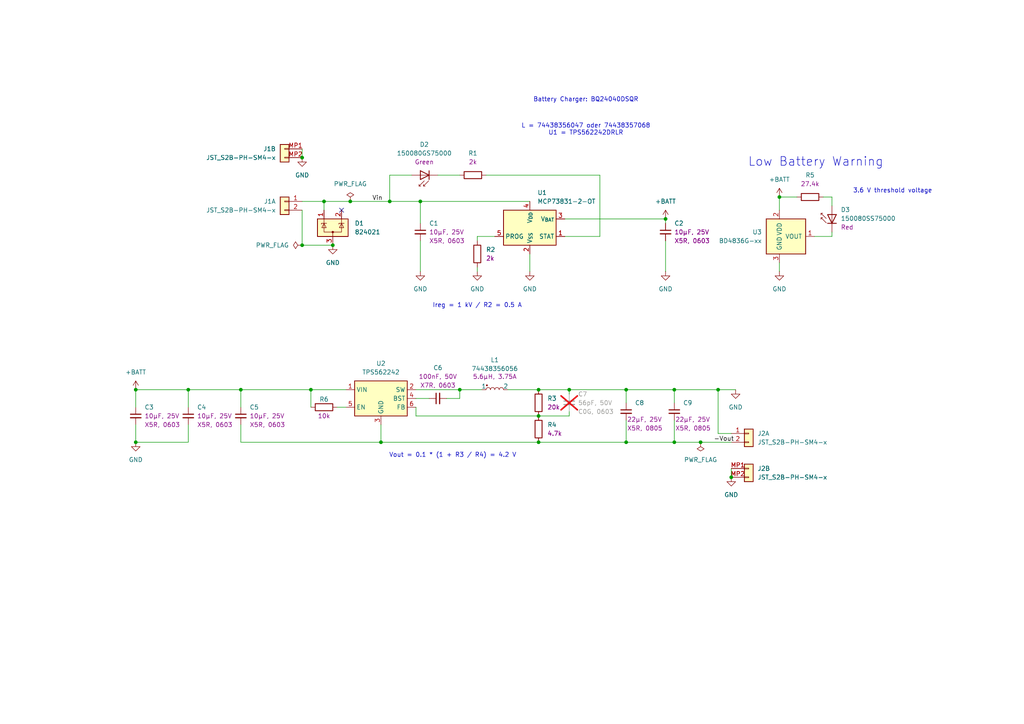
<source format=kicad_sch>
(kicad_sch (version 20231120) (generator "eeschema") (generator_version "8.0")
  (paper "A4")
  (lib_symbols
    (symbol "Battery_Management:MCP73831-2-OT"
      (property "Reference" "U" (at -7.62 6.35 0))
      (property "Value" "MCP73831-2-OT" (at 1.27 6.35 0))
      (symbol "MCP73831-2-OT_0_1"
        (rectangle (start -7.62 5.08) (end 7.62 -5.08) (stroke (width 0.254)) (fill (type background)))
      )
      (symbol "MCP73831-2-OT_1_1"
        (pin tri_state line (at 10.16 -2.54 180) (length 2.54) (name "STAT") (number "1"))
        (pin power_in line (at 0 -7.62 90) (length 2.54) (name "V_{SS}") (number "2"))
        (pin power_out line (at 10.16 2.54 180) (length 2.54) (name "V_{BAT}") (number "3"))
        (pin power_in line (at 0 7.62 270) (length 2.54) (name "V_{DD}") (number "4"))
        (pin input line (at -10.16 -2.54 0) (length 2.54) (name "PROG") (number "5"))
      )
    )
    (symbol "Capacitor_User:100nF,50V,X7R,0603" (pin_numbers hide) (pin_names (offset 0.254) hide)
      (property "Reference" "C" (at 0.254 1.778 0))
      (property "Pretty Value 1" "100nF, 50V" (at 2.54 1.27 0))
      (property "Pretty Value 2" "X7R, 0603" (at 2.54 -1.27 0))
      (symbol "100nF,50V,X7R,0603_0_1"
        (polyline (pts (xy -1.524 -0.508) (xy 1.524 -0.508)) (stroke (width 0.3302)))
        (polyline (pts (xy -1.524 0.508) (xy 1.524 0.508)) (stroke (width 0.3048)))
      )
      (symbol "100nF,50V,X7R,0603_1_1"
        (pin passive line (at 0 2.54 270) (length 2.032) (name "~") (number "1"))
        (pin passive line (at 0 -2.54 90) (length 2.032) (name "~") (number "2"))
      )
    )
    (symbol "Capacitor_User:10uF,25V,X5R,0603" (pin_numbers hide) (pin_names (offset 0.254) hide)
      (property "Reference" "C" (at 0.254 1.778 0))
      (property "Pretty Value 1" "10μF, 25V" (at 2.54 1.27 0))
      (property "Pretty Value 2" "X5R, 0603" (at 2.54 -1.27 0))
      (symbol "10uF,25V,X5R,0603_0_1"
        (polyline (pts (xy -1.524 -0.508) (xy 1.524 -0.508)) (stroke (width 0.3302)))
        (polyline (pts (xy -1.524 0.508) (xy 1.524 0.508)) (stroke (width 0.3048)))
      )
      (symbol "10uF,25V,X5R,0603_1_1"
        (pin passive line (at 0 2.54 270) (length 2.032) (name "~") (number "1"))
        (pin passive line (at 0 -2.54 90) (length 2.032) (name "~") (number "2"))
      )
    )
    (symbol "Capacitor_User:22uF,25V,X5R,0805" (pin_numbers hide) (pin_names (offset 0.254) hide)
      (property "Reference" "C" (at 0.254 1.778 0))
      (property "Pretty Value 1" "22μF, 25V" (at 2.54 1.27 0))
      (property "Pretty Value 2" "X5R, 0805" (at 2.54 -1.27 0))
      (symbol "22uF,25V,X5R,0805_0_1"
        (polyline (pts (xy -1.524 -0.508) (xy 1.524 -0.508)) (stroke (width 0.3302)))
        (polyline (pts (xy -1.524 0.508) (xy 1.524 0.508)) (stroke (width 0.3048)))
      )
      (symbol "22uF,25V,X5R,0805_1_1"
        (pin passive line (at 0 2.54 270) (length 2.032) (name "~") (number "1"))
        (pin passive line (at 0 -2.54 90) (length 2.032) (name "~") (number "2"))
      )
    )
    (symbol "Capacitor_User:56pF,50V,C0G,0603" (pin_numbers hide) (pin_names (offset 0.254) hide)
      (property "Reference" "C" (at 0.254 1.778 0))
      (property "Pretty Value 1" "56pF, 50V" (at 2.54 1.27 0))
      (property "Pretty Value 2" "C0G, 0603" (at 2.54 -1.27 0))
      (symbol "56pF,50V,C0G,0603_0_1"
        (polyline (pts (xy -1.524 -0.508) (xy 1.524 -0.508)) (stroke (width 0.3302)))
        (polyline (pts (xy -1.524 0.508) (xy 1.524 0.508)) (stroke (width 0.3048)))
      )
      (symbol "56pF,50V,C0G,0603_1_1"
        (pin passive line (at 0 2.54 270) (length 2.032) (name "~") (number "1"))
        (pin passive line (at 0 -2.54 90) (length 2.032) (name "~") (number "2"))
      )
    )
    (symbol "Connector_User:JST_S2B-PH-SM4-x" (pin_names (offset 3) hide)
      (property "Reference" "J" (at 0 5.08 0))
      (property "Value" "JST_S2B-PH-SM4-x" (at 0 -3.175 0))
      (symbol "JST_S2B-PH-SM4-x_1_1"
        (rectangle (start -1.27 0.127) (end 0 -0.127) (stroke (width 0.1524)))
        (rectangle (start -1.27 2.667) (end 0 2.413) (stroke (width 0.1524)))
        (rectangle (start -1.27 3.81) (end 1.27 -1.27) (stroke (width 0.254)) (fill (type background)))
        (pin passive line (at -5.08 2.54 0) (length 3.81) (name "Pin_1") (number "1"))
        (pin passive line (at -5.08 0 0) (length 3.81) (name "Pin_2") (number "2"))
      )
      (symbol "JST_S2B-PH-SM4-x_2_1"
        (rectangle (start -1.27 0.127) (end 0 -0.127) (stroke (width 0.1524)))
        (rectangle (start -1.27 2.667) (end 0 2.413) (stroke (width 0.1524)))
        (rectangle (start -1.27 3.81) (end 1.27 -1.27) (stroke (width 0.254)) (fill (type background)))
        (pin passive line (at -5.08 2.54 0) (length 3.81) (name "MP") (number "MP1"))
        (pin passive line (at -5.08 0 0) (length 3.81) (name "MP") (number "MP2"))
      )
    )
    (symbol "Inductor_User:74438356056" (pin_numbers hide) (pin_names (offset 0))
      (property "Reference" "L" (at -3.81 0 90))
      (property "Value" "74438356056" (at 2.54 0 90))
      (property "Pretty Value 1" "5.6µH, 3.75A" (at 4.572 0.254 90))
      (symbol "74438356056_0_1"
        (arc (start 0 -2.54) (mid 0.6323 -1.905) (end 0 -1.27))
        (arc (start 0 -1.27) (mid 0.6323 -0.635) (end 0 0))
        (arc (start 0 0) (mid 0.6323 0.635) (end 0 1.27))
        (arc (start 0 1.27) (mid 0.6323 1.905) (end 0 2.54))
        (circle (center 1.27 2.286) (radius 0.1796) (fill (type outline)))
      )
      (symbol "74438356056_1_1"
        (pin passive line (at 0 3.81 270) (length 1.27) (name "1") (number "1"))
        (pin passive line (at 0 -3.81 90) (length 1.27) (name "2") (number "2"))
      )
    )
    (symbol "LED_User:150080GS75000" (pin_numbers hide) (pin_names (offset 1.016) hide)
      (property "Reference" "D" (at 0.508 1.778 0))
      (property "Value" "150080GS75000" (at -1.016 -2.794 0))
      (property "Info" "Green" (at -1.27 -5.08 0))
      (symbol "150080GS75000_0_1"
        (polyline (pts (xy -2.54 1.27) (xy -2.54 -1.27)) (stroke (width 0.254)))
        (polyline (pts (xy 0 0) (xy -2.54 0)))
        (polyline (pts (xy 0.381 3.175) (xy -0.127 3.175)))
        (polyline (pts (xy -1.143 1.651) (xy 0.381 3.175) (xy 0.381 2.667)))
        (polyline (pts (xy 0 -1.27) (xy -2.54 0) (xy 0 1.27) (xy 0 -1.27)) (stroke (width 0.254)))
        (polyline (pts (xy -2.413 1.651) (xy -0.889 3.175) (xy -0.889 2.667) (xy -0.889 3.175) (xy -1.397 3.175)))
      )
      (symbol "150080GS75000_1_1"
        (pin passive line (at -5.08 0 0) (length 2.54) (name "K") (number "1"))
        (pin passive line (at 2.54 0 180) (length 2.54) (name "A") (number "2"))
      )
    )
    (symbol "LED_User:150080SS75000" (pin_numbers hide) (pin_names (offset 1.016) hide)
      (property "Reference" "D" (at 0.508 1.778 0))
      (property "Value" "150080SS75000" (at -1.016 -2.794 0))
      (property "Info" "Red" (at -1.27 -5.08 0))
      (symbol "150080SS75000_0_1"
        (polyline (pts (xy -2.54 1.27) (xy -2.54 -1.27)) (stroke (width 0.254)))
        (polyline (pts (xy 0 0) (xy -2.54 0)))
        (polyline (pts (xy 0.381 3.175) (xy -0.127 3.175)))
        (polyline (pts (xy -1.143 1.651) (xy 0.381 3.175) (xy 0.381 2.667)))
        (polyline (pts (xy 0 -1.27) (xy -2.54 0) (xy 0 1.27) (xy 0 -1.27)) (stroke (width 0.254)))
        (polyline (pts (xy -2.413 1.651) (xy -0.889 3.175) (xy -0.889 2.667) (xy -0.889 3.175) (xy -1.397 3.175)))
      )
      (symbol "150080SS75000_1_1"
        (pin passive line (at -5.08 0 0) (length 2.54) (name "K") (number "1"))
        (pin passive line (at 2.54 0 180) (length 2.54) (name "A") (number "2"))
      )
    )
    (symbol "Power_Protection_User:824021" (pin_names hide)
      (property "Reference" "D" (at 5.715 2.54 0))
      (property "Value" "824021" (at 5.715 0.635 0))
      (symbol "824021_0_0"
        (pin passive line (at 0 -5.08 90) (length 2.54) (name "A") (number "3"))
      )
      (symbol "824021_0_1"
        (rectangle (start -4.445 2.54) (end 4.445 -2.54) (stroke (width 0.254)) (fill (type background)))
        (circle (center 0 -1.27) (radius 0.254) (fill (type outline)))
        (polyline (pts (xy -2.54 2.54) (xy -2.54 1.27)))
        (polyline (pts (xy 0 -1.27) (xy 0 -2.54)))
        (polyline (pts (xy 2.54 2.54) (xy 2.54 1.27)))
        (polyline (pts (xy -3.302 1.016) (xy -3.302 1.27) (xy -1.905 1.27) (xy -1.778 1.27)))
        (polyline (pts (xy -2.54 1.27) (xy -2.54 -1.27) (xy 2.54 -1.27) (xy 2.54 1.27)))
        (polyline (pts (xy -2.54 1.27) (xy -1.905 0) (xy -3.175 0) (xy -2.54 1.27)))
        (polyline (pts (xy 1.778 1.016) (xy 1.778 1.27) (xy 3.175 1.27) (xy 3.302 1.27)))
        (polyline (pts (xy 2.54 1.27) (xy 1.905 0) (xy 3.175 0) (xy 2.54 1.27)))
      )
      (symbol "824021_1_1"
        (pin passive line (at -2.54 5.08 270) (length 2.54) (name "K") (number "1"))
        (pin passive line (at 2.54 5.08 270) (length 2.54) (name "K") (number "2"))
      )
    )
    (symbol "Power_Supervisor_User:BD4836G-xx" (pin_names (offset 1.016))
      (property "Reference" "U" (at -3.81 6.35 0))
      (property "Value" "BD4836G-xx" (at -5.08 0 90))
      (symbol "BD4836G-xx_1_0"
        (pin no_connect line (at 2.54 -7.62 90) (length 2.54) hide (name "") (number "4"))
        (pin no_connect line (at 5.08 -7.62 90) (length 2.54) hide (name "") (number "5"))
      )
      (symbol "BD4836G-xx_1_1"
        (rectangle (start -3.81 5.08) (end 7.62 -5.08) (stroke (width 0.254)) (fill (type background)))
        (pin output line (at 10.16 0 180) (length 2.54) (name "VOUT") (number "1"))
        (pin power_in line (at 0 7.62 270) (length 2.54) (name "VDD") (number "2"))
        (pin power_in line (at 0 -7.62 90) (length 2.54) (name "GND") (number "3"))
      )
    )
    (symbol "Regulator_Switching_User:TPS562242"
      (property "Reference" "U" (at -7.62 6.35 0))
      (property "Value" "TPS562242" (at -2.54 6.35 0))
      (symbol "TPS562242_0_1"
        (rectangle (start -7.62 5.08) (end 7.62 -5.08) (stroke (width 0.254)) (fill (type background)))
      )
      (symbol "TPS562242_1_1"
        (pin power_in line (at -10.16 2.54 0) (length 2.54) (name "VIN") (number "1"))
        (pin output line (at 10.16 2.54 180) (length 2.54) (name "SW") (number "2"))
        (pin power_in line (at 0 -7.62 90) (length 2.54) (name "GND") (number "3"))
        (pin passive line (at 10.16 0 180) (length 2.54) (name "BST") (number "4"))
        (pin input line (at -10.16 -2.54 0) (length 2.54) (name "EN") (number "5"))
        (pin input line (at 10.16 -2.54 180) (length 2.54) (name "FB") (number "6"))
      )
    )
    (symbol "Resistor_User:10k,0603" (pin_numbers hide) (pin_names (offset 0.254) hide)
      (property "Reference" "R" (at 0 -0.635 90))
      (property "Resistance" "10k" (at 1.905 0 0))
      (symbol "10k,0603_1_1"
        (rectangle (start -1.016 -2.54) (end 1.016 2.54) (stroke (width 0.254)))
        (pin passive line (at 0 3.81 270) (length 1.27) (name "~") (number "1"))
        (pin passive line (at 0 -3.81 90) (length 1.27) (name "~") (number "2"))
      )
    )
    (symbol "Resistor_User:20k,0603" (pin_numbers hide) (pin_names (offset 0.254) hide)
      (property "Reference" "R" (at 0 -0.635 90))
      (property "Resistance" "20k" (at 1.905 0 0))
      (symbol "20k,0603_1_1"
        (rectangle (start -1.016 -2.54) (end 1.016 2.54) (stroke (width 0.254)))
        (pin passive line (at 0 3.81 270) (length 1.27) (name "~") (number "1"))
        (pin passive line (at 0 -3.81 90) (length 1.27) (name "~") (number "2"))
      )
    )
    (symbol "Resistor_User:27.4k,0603" (pin_numbers hide) (pin_names (offset 0.254) hide)
      (property "Reference" "R" (at 0 -0.635 90))
      (property "Resistance" "27.4k" (at 1.905 0 0))
      (symbol "27.4k,0603_1_1"
        (rectangle (start -1.016 -2.54) (end 1.016 2.54) (stroke (width 0.254)))
        (pin passive line (at 0 3.81 270) (length 1.27) (name "~") (number "1"))
        (pin passive line (at 0 -3.81 90) (length 1.27) (name "~") (number "2"))
      )
    )
    (symbol "Resistor_User:2k,0603" (pin_numbers hide) (pin_names (offset 0.254) hide)
      (property "Reference" "R" (at 0 -0.635 90))
      (property "Resistance" "2k" (at 1.905 0 0))
      (symbol "2k,0603_1_1"
        (rectangle (start -1.016 -2.54) (end 1.016 2.54) (stroke (width 0.254)))
        (pin passive line (at 0 3.81 270) (length 1.27) (name "~") (number "1"))
        (pin passive line (at 0 -3.81 90) (length 1.27) (name "~") (number "2"))
      )
    )
    (symbol "Resistor_User:4.7k,0603" (pin_numbers hide) (pin_names (offset 0.254) hide)
      (property "Reference" "R" (at 0 -0.635 90))
      (property "Resistance" "4.7k" (at 1.905 0 0))
      (symbol "4.7k,0603_1_1"
        (rectangle (start -1.016 -2.54) (end 1.016 2.54) (stroke (width 0.254)))
        (pin passive line (at 0 3.81 270) (length 1.27) (name "~") (number "1"))
        (pin passive line (at 0 -3.81 90) (length 1.27) (name "~") (number "2"))
      )
    )
    (symbol "power:+BATT" (power) (pin_numbers hide) (pin_names (offset 0) hide)
      (property "Value" "+BATT" (at 0 3.556 0))
      (symbol "+BATT_0_1"
        (polyline (pts (xy -0.762 1.27) (xy 0 2.54)))
        (polyline (pts (xy 0 0) (xy 0 2.54)))
        (polyline (pts (xy 0 2.54) (xy 0.762 1.27)))
      )
      (symbol "+BATT_1_1"
        (pin power_in line (at 0 0 90) (length 0) (name "~") (number "1"))
      )
    )
    (symbol "power:GND" (power) (pin_numbers hide) (pin_names (offset 0) hide)
      (property "Value" "GND" (at 0 -3.81 0))
      (symbol "GND_0_1"
        (polyline (pts (xy 0 0) (xy 0 -1.27) (xy 1.27 -1.27) (xy 0 -2.54) (xy -1.27 -1.27) (xy 0 -1.27)))
      )
      (symbol "GND_1_1"
        (pin power_in line (at 0 0 270) (length 0) (name "~") (number "1"))
      )
    )
    (symbol "power:PWR_FLAG" (power) (pin_numbers hide) (pin_names (offset 0) hide)
      (property "Value" "PWR_FLAG" (at 0 3.81 0))
      (symbol "PWR_FLAG_0_0"
        (pin power_out line (at 0 0 90) (length 0) (name "~") (number "1"))
      )
      (symbol "PWR_FLAG_0_1"
        (polyline (pts (xy 0 0) (xy 0 1.27) (xy -1.016 1.905) (xy 0 2.54) (xy 1.016 1.905) (xy 0 1.27)))
      )
    )
  )
  (junction (at 90.17 113.03))
  (junction (at 156.21 128.27))
  (junction (at 193.04 63.5))
  (junction (at 69.85 113.03))
  (junction (at 101.6 58.42))
  (junction (at 110.49 128.27))
  (junction (at 54.61 113.03))
  (junction (at 208.28 113.03))
  (junction (at 87.63 45.72))
  (junction (at 121.92 58.42))
  (junction (at 87.63 71.12))
  (junction (at 113.03 58.42))
  (junction (at 181.61 128.27))
  (junction (at 39.37 128.27))
  (junction (at 195.58 128.27))
  (junction (at 181.61 113.03))
  (junction (at 226.06 57.15))
  (junction (at 195.58 113.03))
  (junction (at 39.37 113.03))
  (junction (at 133.35 113.03))
  (junction (at 156.21 120.65))
  (junction (at 93.98 58.42))
  (junction (at 96.52 71.12))
  (junction (at 156.21 113.03))
  (junction (at 212.09 138.43))
  (junction (at 165.1 113.03))
  (junction (at 203.2 128.27))
  (no_connect (at 99.06 60.96))
  (wire (pts (xy 181.61 121.92) (xy 181.61 128.27)))
  (wire (pts (xy 93.98 58.42) (xy 101.6 58.42)))
  (wire (pts (xy 110.49 128.27) (xy 110.49 123.19)))
  (wire (pts (xy 208.28 113.03) (xy 213.36 113.03)))
  (wire (pts (xy 90.17 113.03) (xy 100.33 113.03)))
  (wire (pts (xy 226.06 76.2) (xy 226.06 78.74)))
  (wire (pts (xy 195.58 121.92) (xy 195.58 128.27)))
  (wire (pts (xy 54.61 113.03) (xy 69.85 113.03)))
  (wire (pts (xy 138.43 68.58) (xy 143.51 68.58)))
  (wire (pts (xy 39.37 128.27) (xy 54.61 128.27)))
  (wire (pts (xy 54.61 123.19) (xy 54.61 128.27)))
  (wire (pts (xy 203.2 128.27) (xy 212.09 128.27)))
  (wire (pts (xy 69.85 128.27) (xy 110.49 128.27)))
  (wire (pts (xy 193.04 78.74) (xy 193.04 69.85)))
  (wire (pts (xy 127 50.8) (xy 133.35 50.8)))
  (wire (pts (xy 165.1 113.03) (xy 181.61 113.03)))
  (wire (pts (xy 87.63 58.42) (xy 93.98 58.42)))
  (wire (pts (xy 193.04 63.5) (xy 193.04 64.77)))
  (wire (pts (xy 121.92 64.77) (xy 121.92 58.42)))
  (wire (pts (xy 90.17 118.11) (xy 90.17 113.03)))
  (wire (pts (xy 241.3 57.15) (xy 241.3 59.69)))
  (wire (pts (xy 69.85 113.03) (xy 90.17 113.03)))
  (wire (pts (xy 113.03 50.8) (xy 113.03 58.42)))
  (wire (pts (xy 212.09 135.89) (xy 212.09 138.43)))
  (wire (pts (xy 113.03 58.42) (xy 121.92 58.42)))
  (wire (pts (xy 241.3 67.31) (xy 241.3 68.58)))
  (wire (pts (xy 87.63 43.18) (xy 87.63 45.72)))
  (wire (pts (xy 195.58 128.27) (xy 203.2 128.27)))
  (wire (pts (xy 226.06 57.15) (xy 231.14 57.15)))
  (wire (pts (xy 163.83 68.58) (xy 173.99 68.58)))
  (wire (pts (xy 87.63 71.12) (xy 96.52 71.12)))
  (wire (pts (xy 93.98 58.42) (xy 93.98 60.96)))
  (wire (pts (xy 165.1 119.38) (xy 165.1 120.65)))
  (wire (pts (xy 39.37 113.03) (xy 54.61 113.03)))
  (wire (pts (xy 39.37 118.11) (xy 39.37 113.03)))
  (wire (pts (xy 156.21 128.27) (xy 181.61 128.27)))
  (wire (pts (xy 133.35 113.03) (xy 139.7 113.03)))
  (wire (pts (xy 236.22 68.58) (xy 241.3 68.58)))
  (wire (pts (xy 129.54 115.57) (xy 133.35 115.57)))
  (wire (pts (xy 238.76 57.15) (xy 241.3 57.15)))
  (wire (pts (xy 87.63 60.96) (xy 87.63 71.12)))
  (wire (pts (xy 120.65 120.65) (xy 120.65 118.11)))
  (wire (pts (xy 181.61 128.27) (xy 195.58 128.27)))
  (wire (pts (xy 156.21 120.65) (xy 120.65 120.65)))
  (wire (pts (xy 226.06 60.96) (xy 226.06 57.15)))
  (wire (pts (xy 156.21 113.03) (xy 165.1 113.03)))
  (wire (pts (xy 69.85 123.19) (xy 69.85 128.27)))
  (wire (pts (xy 119.38 50.8) (xy 113.03 50.8)))
  (wire (pts (xy 97.79 118.11) (xy 100.33 118.11)))
  (wire (pts (xy 133.35 115.57) (xy 133.35 113.03)))
  (wire (pts (xy 147.32 113.03) (xy 156.21 113.03)))
  (wire (pts (xy 69.85 113.03) (xy 69.85 118.11)))
  (wire (pts (xy 120.65 113.03) (xy 133.35 113.03)))
  (wire (pts (xy 181.61 116.84) (xy 181.61 113.03)))
  (wire (pts (xy 39.37 123.19) (xy 39.37 128.27)))
  (wire (pts (xy 156.21 120.65) (xy 165.1 120.65)))
  (wire (pts (xy 54.61 113.03) (xy 54.61 118.11)))
  (wire (pts (xy 181.61 113.03) (xy 195.58 113.03)))
  (wire (pts (xy 163.83 63.5) (xy 193.04 63.5)))
  (wire (pts (xy 120.65 115.57) (xy 124.46 115.57)))
  (wire (pts (xy 153.67 73.66) (xy 153.67 78.74)))
  (wire (pts (xy 138.43 69.85) (xy 138.43 68.58)))
  (wire (pts (xy 173.99 68.58) (xy 173.99 50.8)))
  (wire (pts (xy 121.92 58.42) (xy 153.67 58.42)))
  (wire (pts (xy 195.58 113.03) (xy 195.58 116.84)))
  (wire (pts (xy 138.43 77.47) (xy 138.43 78.74)))
  (wire (pts (xy 101.6 58.42) (xy 113.03 58.42)))
  (wire (pts (xy 208.28 125.73) (xy 208.28 113.03)))
  (wire (pts (xy 121.92 69.85) (xy 121.92 78.74)))
  (wire (pts (xy 212.09 125.73) (xy 208.28 125.73)))
  (wire (pts (xy 110.49 128.27) (xy 156.21 128.27)))
  (wire (pts (xy 140.97 50.8) (xy 173.99 50.8)))
  (wire (pts (xy 195.58 113.03) (xy 208.28 113.03)))
  (wire (pts (xy 165.1 113.03) (xy 165.1 114.3)))
  (text "Vout = 0.1 * (1 + R3 / R4) = 4.2 V" (at 131.318 132.08 0) (effects (font (size 1.27 1.27))))
  (text "Battery Charger: BQ24040DSQR" (at 169.926 28.956 0) (effects (font (size 1.27 1.27))))
  (text "Ireg = 1 kV / R2 = 0.5 A" (at 138.43 88.646 0) (effects (font (size 1.27 1.27))))
  (text "L = 74438356047 oder 74438357068\nU1 = TPS562242DRLR" (at 169.926 37.592 0) (effects (font (size 1.27 1.27))))
  (text "3.6 V threshold voltage" (at 247.396 56.134 0) (effects (font (size 1.27 1.27)) (justify left bottom)))
  (text "Low Battery Warning" (at 216.916 48.514 0) (effects (font (size 2.54 2.54)) (justify left bottom)))
  (label "Vin" (at 107.95 58.42 0))
  (label "-Vout" (at 207.01 128.27 0))
  (symbol (lib_id "power:GND") (at 96.52 71.12 0) (unit 1)
    (property "Reference" "#PWR010" (effects (hide yes)))
    (property "Value" "GND" (at 96.52 76.2 0))
    (property "Description" "Power symbol creates a global label with name \"GND\" , ground" (effects (hide yes)))
  )
  (symbol (lib_id "Capacitor_User:10uF,25V,X5R,0603") (at 39.37 120.65 0) (unit 1)
    (property "Reference" "C3" (at 41.91 118.1162 0) (effects (justify left)))
    (property "Value" "10uF,25V,X5R,0603" (effects (hide yes)))
    (property "Footprint" "Capacitor_SMD:C_0603_1608Metric_Pad1.08x0.95mm_HandSolder" (effects (hide yes)))
    (property "Description" "Ceramic capacitor" (effects (hide yes)))
    (property "Pretty Value 1" "10μF, 25V" (at 41.91 120.6562 0) (effects (justify left)))
    (property "Pretty Value 2" "X5R, 0603" (at 41.91 123.1962 0) (effects (justify left)))
  )
  (symbol (lib_id "Power_Supervisor_User:BD4836G-xx") (at 226.06 68.58 0) (unit 1)
    (property "Reference" "U3" (at 220.98 67.3099 0) (effects (justify right)))
    (property "Value" "BD4836G-xx" (at 220.98 69.8499 0) (effects (justify right)))
    (property "Footprint" "Package_TO_SOT_SMD:SOT-23-5" (effects (hide yes)))
    (property "Datasheet" "https://fscdn.rohm.com/en/products/databook/datasheet/ic/power/voltage_detector/bd48xxg-e.pdf" (effects (hide yes)))
    (property "Description" "3.6V Voltage Detector IC, Open Drain Output, SSOP5" (effects (hide yes)))
    (property "Manufacturer" "Rohm" (effects (hide yes)))
    (property "MPN" "BD4836G-xx" (effects (hide yes)))
    (property "Supplier" "Digi-Key" (effects (hide yes)))
    (property "SPN" "BD4836GCT-ND" (effects (hide yes)))
  )
  (symbol (lib_id "Battery_Management:MCP73831-2-OT") (at 153.67 66.04 0) (unit 1)
    (property "Reference" "U1" (at 155.8641 55.88 0) (effects (justify left)))
    (property "Value" "MCP73831-2-OT" (at 155.8641 58.42 0) (effects (justify left)))
    (property "Footprint" "Package_TO_SOT_SMD:SOT-23-5" (effects (hide yes)))
    (property "Datasheet" "http://ww1.microchip.com/downloads/en/DeviceDoc/20001984g.pdf" (effects (hide yes)))
    (property "Description" "Single cell, Li-Ion/Li-Po charge management controller, 4.20V, Tri-State Status Output, in SOT23-5 package" (effects (hide yes)))
    (property "Supplier" "DigiKey" (effects (hide yes)))
    (property "SPN" "MCP73831T-2ACI/OTCT-ND" (effects (hide yes)))
  )
  (symbol (lib_id "power:GND") (at 138.43 78.74 0) (unit 1)
    (property "Reference" "#PWR04" (effects (hide yes)))
    (property "Value" "GND" (at 138.43 83.82 0))
    (property "Description" "Power symbol creates a global label with name \"GND\" , ground" (effects (hide yes)))
  )
  (symbol (lib_id "power:+BATT") (at 226.06 57.15 0) (unit 1)
    (property "Reference" "#PWR011" (effects (hide yes)))
    (property "Value" "+BATT" (at 226.06 52.07 0))
    (property "Description" "Power symbol creates a global label with name \"+BATT\"" (effects (hide yes)))
  )
  (symbol (lib_id "power:PWR_FLAG") (at 203.2 128.27 180) (unit 1)
    (property "Reference" "#FLG04" (effects (hide yes)))
    (property "Value" "PWR_FLAG" (at 203.2 133.35 0))
    (property "Description" "Special symbol for telling ERC where power comes from" (effects (hide yes)))
  )
  (symbol (lib_id "Resistor_User:20k,0603") (at 156.21 116.84 0) (unit 1)
    (property "Reference" "R3" (at 158.75 115.5699 0) (effects (justify left)))
    (property "Value" "20k,0603" (effects (hide yes)))
    (property "Footprint" "Resistor_SMD:R_0603_1608Metric_Pad0.98x0.95mm_HandSolder" (effects (hide yes)))
    (property "Description" "Resistor, 0603" (effects (hide yes)))
    (property "Resistance" "20k" (at 158.75 118.1099 0) (effects (justify left)))
    (property "Tolerance" "1%" (effects (hide yes)))
    (property "Power" "0.1W" (effects (hide yes)))
    (property "Package" "0603" (effects (hide yes)))
  )
  (symbol (lib_id "power:+BATT") (at 193.04 63.5 0) (unit 1)
    (property "Reference" "#PWR09" (effects (hide yes)))
    (property "Value" "+BATT" (at 193.04 58.42 0))
    (property "Description" "Power symbol creates a global label with name \"+BATT\"" (effects (hide yes)))
  )
  (symbol (lib_id "power:GND") (at 87.63 45.72 0) (unit 1)
    (property "Reference" "#PWR012" (effects (hide yes)))
    (property "Value" "GND" (at 87.63 50.8 0))
    (property "Description" "Power symbol creates a global label with name \"GND\" , ground" (effects (hide yes)))
  )
  (symbol (lib_id "power:GND") (at 153.67 78.74 0) (unit 1)
    (property "Reference" "#PWR05" (effects (hide yes)))
    (property "Value" "GND" (at 153.67 83.82 0))
    (property "Description" "Power symbol creates a global label with name \"GND\" , ground" (effects (hide yes)))
  )
  (symbol (lib_id "power:GND") (at 121.92 78.74 0) (unit 1)
    (property "Reference" "#PWR02" (effects (hide yes)))
    (property "Value" "GND" (at 121.92 83.82 0))
    (property "Description" "Power symbol creates a global label with name \"GND\" , ground" (effects (hide yes)))
  )
  (symbol (lib_id "power:PWR_FLAG") (at 87.63 71.12 90) (unit 1)
    (property "Reference" "#FLG03" (effects (hide yes)))
    (property "Value" "PWR_FLAG" (at 83.82 71.1199 90) (effects (justify left)))
    (property "Description" "Special symbol for telling ERC where power comes from" (effects (hide yes)))
  )
  (symbol (lib_id "Inductor_User:74438356056") (at 143.51 113.03 90) (unit 1)
    (property "Reference" "L1" (at 143.51 104.394 90))
    (property "Value" "74438356056" (at 143.51 106.934 90))
    (property "Footprint" "Inductor_SMD_User:L_Wurth_WE-MAPI-4020" (effects (hide yes)))
    (property "Datasheet" "https://www.we-online.com/components/products/datasheet/74438357068.pdf" (effects (hide yes)))
    (property "Description" "WE-MAPI SMT Shielded Power Inductor, 5.6µH, 3.85A, 81mΩ" (effects (hide yes)))
    (property "Manufacturer" "Wurth Electronics" (effects (hide yes)))
    (property "MPN" "74438357068" (effects (hide yes)))
    (property "Pretty Value 1" "5.6µH, 3.75A" (at 143.51 109.22 90))
    (property "Supplier" "Digi-Key" (effects (hide yes)))
    (property "SPN" "732-8235-1-ND" (effects (hide yes)))
  )
  (symbol (lib_id "Power_Protection_User:824021") (at 96.52 66.04 0) (unit 1)
    (property "Reference" "D1" (at 102.87 64.7699 0) (effects (justify left)))
    (property "Value" "824021" (at 102.87 67.3099 0) (effects (justify left)))
    (property "Footprint" "Package_TO_SOT_SMD_User:SOT-23_Handsoldering" (effects (hide yes)))
    (property "Datasheet" "https://www.we-online.com/catalog/datasheet/824021.pdf" (effects (hide yes)))
    (property "Description" "TVS Diode Array, 5.0V Standoff, 2 Channels, SOT-23 package" (effects (hide yes)))
    (property "Manufacturer" "Wurth Elektronik" (effects (hide yes)))
    (property "Supplier" "Digi-Key" (effects (hide yes)))
    (property "SPN" "732-4468-1-ND" (effects (hide yes)))
  )
  (symbol (lib_id "Regulator_Switching_User:TPS562242") (at 110.49 115.57 0) (unit 1)
    (property "Reference" "U2" (at 110.49 105.41 0))
    (property "Value" "TPS562242" (at 110.49 107.95 0))
    (property "Footprint" "Package_TO_SOT_SMD:SOT-563" (effects (hide yes)))
    (property "Datasheet" "https://www.ti.com/lit/ds/symlink/tps562242.pdf" (effects (hide yes)))
    (property "Description" "2-A, Synchronous Buck Converter, Adjustable Output Voltage, 3-17V Input Voltage, 0.8-10V Output Voltage, 3-17V Input Voltage, SOT-563" (effects (hide yes)))
    (property "Manufacturer" "Texas Instruments" (effects (hide yes)))
    (property "MPN" "TPS562242DRLR" (effects (hide yes)))
    (property "Supplier" "DigiKey" (effects (hide yes)))
    (property "SPN" "296-TPS562242DRLRCT-ND" (effects (hide yes)))
  )
  (symbol (lib_id "Capacitor_User:10uF,25V,X5R,0603") (at 69.85 120.65 0) (unit 1)
    (property "Reference" "C5" (at 72.39 118.1162 0) (effects (justify left)))
    (property "Value" "10uF,25V,X5R,0603" (effects (hide yes)))
    (property "Footprint" "Capacitor_SMD:C_0603_1608Metric_Pad1.08x0.95mm_HandSolder" (effects (hide yes)))
    (property "Description" "Ceramic capacitor" (effects (hide yes)))
    (property "Pretty Value 1" "10μF, 25V" (at 72.39 120.6562 0) (effects (justify left)))
    (property "Pretty Value 2" "X5R, 0603" (at 72.39 123.1962 0) (effects (justify left)))
  )
  (symbol (lib_id "Capacitor_User:10uF,25V,X5R,0603") (at 54.61 120.65 0) (unit 1)
    (property "Reference" "C4" (at 57.15 118.1162 0) (effects (justify left)))
    (property "Value" "10uF,25V,X5R,0603" (effects (hide yes)))
    (property "Footprint" "Capacitor_SMD:C_0603_1608Metric_Pad1.08x0.95mm_HandSolder" (effects (hide yes)))
    (property "Description" "Ceramic capacitor" (effects (hide yes)))
    (property "Pretty Value 1" "10μF, 25V" (at 57.15 120.6562 0) (effects (justify left)))
    (property "Pretty Value 2" "X5R, 0603" (at 57.15 123.1962 0) (effects (justify left)))
  )
  (symbol (lib_id "Capacitor_User:22uF,25V,X5R,0805") (at 195.58 119.38 0) (unit 1)
    (property "Reference" "C9" (at 198.12 116.8462 0) (effects (justify left)))
    (property "Value" "22uF,25V,X5R,0805" (effects (hide yes)))
    (property "Footprint" "Capacitor_SMD:C_0805_2012Metric_Pad1.18x1.45mm_HandSolder" (effects (hide yes)))
    (property "Description" "Ceramic capacitor" (effects (hide yes)))
    (property "Pretty Value 1" "22μF, 25V" (at 195.834 121.666 0) (effects (justify left)))
    (property "Pretty Value 2" "X5R, 0805" (at 195.834 124.206 0) (effects (justify left)))
  )
  (symbol (lib_id "Capacitor_User:56pF,50V,C0G,0603") (at 165.1 116.84 0) (unit 1) (dnp yes)
    (property "Reference" "C7" (at 167.64 114.3062 0) (effects (justify left)))
    (property "Value" "56pF,50V,C0G,0603" (effects (hide yes)))
    (property "Footprint" "Capacitor_SMD:C_0603_1608Metric_Pad1.08x0.95mm_HandSolder" (effects (hide yes)))
    (property "Description" "Ceramic capacitor" (effects (hide yes)))
    (property "Pretty Value 1" "56pF, 50V" (at 167.64 116.8462 0) (effects (justify left)))
    (property "Pretty Value 2" "C0G, 0603" (at 167.64 119.3862 0) (effects (justify left)))
    (property "DNP" "DNP" (effects (hide yes)))
  )
  (symbol (lib_id "power:PWR_FLAG") (at 101.6 58.42 0) (unit 1)
    (property "Reference" "#FLG01" (effects (hide yes)))
    (property "Value" "PWR_FLAG" (at 101.6 53.34 0))
    (property "Description" "Special symbol for telling ERC where power comes from" (effects (hide yes)))
  )
  (symbol (lib_id "LED_User:150080GS75000") (at 121.92 50.8 180) (unit 1)
    (property "Reference" "D2" (at 123.063 41.91 0))
    (property "Value" "150080GS75000" (at 123.063 44.45 0))
    (property "Footprint" "LED_SMD:LED_0805_2012Metric_Pad1.15x1.40mm_HandSolder" (effects (hide yes)))
    (property "Datasheet" "https://www.we-online.com/katalog/datasheet/150080GS75000.pdf" (effects (hide yes)))
    (property "Description" "Top View SMD LED, Clear Green, 0805, 450mcd" (effects (hide yes)))
    (property "Manufacturer" "Wuerth Elektronik" (effects (hide yes)))
    (property "Supplier" "DigiKey" (effects (hide yes)))
    (property "SPN" "732-4983-1-ND" (effects (hide yes)))
    (property "Info" "Green" (at 123.063 46.99 0))
  )
  (symbol (lib_id "LED_User:150080SS75000") (at 241.3 62.23 90) (unit 1)
    (property "Reference" "D3" (at 243.84 60.8329 90) (effects (justify right)))
    (property "Value" "150080SS75000" (at 243.84 63.3729 90) (effects (justify right)))
    (property "Footprint" "LED_SMD:LED_0805_2012Metric_Pad1.15x1.40mm_HandSolder" (effects (hide yes)))
    (property "Datasheet" "https://www.we-online.com/katalog/datasheet/150080SS75000.pdf" (effects (hide yes)))
    (property "Description" "Top View SMD LED, Clear Red, 0805, 60mcd" (effects (hide yes)))
    (property "Manufacturer" "Wuerth Elektronik" (effects (hide yes)))
    (property "Supplier" "DigiKey" (effects (hide yes)))
    (property "SPN" "732-4985-1-ND" (effects (hide yes)))
    (property "Info" "Red" (at 243.84 65.9129 90) (effects (justify right)))
  )
  (symbol (lib_id "power:GND") (at 212.09 138.43 0) (unit 1)
    (property "Reference" "#PWR013" (effects (hide yes)))
    (property "Value" "GND" (at 212.09 143.51 0))
    (property "Description" "Power symbol creates a global label with name \"GND\" , ground" (effects (hide yes)))
  )
  (symbol (lib_id "Capacitor_User:22uF,25V,X5R,0805") (at 181.61 119.38 0) (unit 1)
    (property "Reference" "C8" (at 184.15 116.8462 0) (effects (justify left)))
    (property "Value" "22uF,25V,X5R,0805" (effects (hide yes)))
    (property "Footprint" "Capacitor_SMD:C_0805_2012Metric_Pad1.18x1.45mm_HandSolder" (effects (hide yes)))
    (property "Description" "Ceramic capacitor" (effects (hide yes)))
    (property "Pretty Value 1" "22μF, 25V" (at 181.864 121.666 0) (effects (justify left)))
    (property "Pretty Value 2" "X5R, 0805" (at 181.864 124.206 0) (effects (justify left)))
  )
  (symbol (lib_id "Capacitor_User:10uF,25V,X5R,0603") (at 193.04 67.31 0) (unit 1)
    (property "Reference" "C2" (at 195.58 64.7762 0) (effects (justify left)))
    (property "Value" "10uF,25V,X5R,0603" (effects (hide yes)))
    (property "Footprint" "Capacitor_SMD:C_0603_1608Metric_Pad1.08x0.95mm_HandSolder" (effects (hide yes)))
    (property "Description" "Ceramic capacitor" (effects (hide yes)))
    (property "Pretty Value 1" "10μF, 25V" (at 195.58 67.3162 0) (effects (justify left)))
    (property "Pretty Value 2" "X5R, 0603" (at 195.58 69.8562 0) (effects (justify left)))
  )
  (symbol (lib_id "Connector_User:JST_S2B-PH-SM4-x") (at 82.55 45.72 0) (mirror y) (unit 2)
    (property "Reference" "J1" (at 80.01 43.1799 0) (effects (justify left)))
    (property "Value" "JST_S2B-PH-SM4-x" (at 80.01 45.7199 0) (effects (justify left)))
    (property "Footprint" "Connector_User:JST_PH_S2B-PH-SM4-TB_1x02-1MP_P2.00mm_Horizontal" (effects (hide yes)))
    (property "Datasheet" "https://www.jst-mfg.com/product/pdf/eng/ePH.pdf" (effects (hide yes)))
    (property "Description" "Header, 01x02, Horizontal, SMT, 2.0mm" (effects (hide yes)))
    (property "Manufacturer" "JST" (effects (hide yes)))
    (property "MPN" "S2B-PH-SM4-TB" (effects (hide yes)))
    (property "Supplier" "Digi-Key" (effects (hide yes)))
    (property "SPN" "455-S2B-PH-SM4-TBTR-ND" (effects (hide yes)))
  )
  (symbol (lib_id "power:+BATT") (at 39.37 113.03 0) (unit 1)
    (property "Reference" "#PWR01" (effects (hide yes)))
    (property "Value" "+BATT" (at 39.37 107.95 0))
    (property "Description" "Power symbol creates a global label with name \"+BATT\"" (effects (hide yes)))
  )
  (symbol (lib_id "power:GND") (at 193.04 78.74 0) (unit 1)
    (property "Reference" "#PWR08" (effects (hide yes)))
    (property "Value" "GND" (at 193.04 83.82 0))
    (property "Description" "Power symbol creates a global label with name \"GND\" , ground" (effects (hide yes)))
  )
  (symbol (lib_id "Resistor_User:2k,0603") (at 137.16 50.8 90) (unit 1)
    (property "Reference" "R1" (at 137.16 44.45 90))
    (property "Value" "2k,0603" (effects (hide yes)))
    (property "Footprint" "Resistor_SMD:R_0603_1608Metric_Pad0.98x0.95mm_HandSolder" (effects (hide yes)))
    (property "Description" "Resistor, 0603" (effects (hide yes)))
    (property "Resistance" "2k" (at 137.16 46.99 90))
    (property "Tolerance" "1%" (effects (hide yes)))
    (property "Power" "0.1W" (effects (hide yes)))
    (property "Package" "0603" (effects (hide yes)))
  )
  (symbol (lib_id "Capacitor_User:100nF,50V,X7R,0603") (at 127 115.57 90) (unit 1)
    (property "Reference" "C6" (at 127.0063 106.68 90))
    (property "Value" "100nF,50V,X7R,0603" (effects (hide yes)))
    (property "Footprint" "Capacitor_SMD:C_0603_1608Metric_Pad1.08x0.95mm_HandSolder" (effects (hide yes)))
    (property "Description" "Ceramic capacitor" (effects (hide yes)))
    (property "Pretty Value 1" "100nF, 50V" (at 127.0063 109.22 90))
    (property "Pretty Value 2" "X7R, 0603" (at 127.0063 111.76 90))
  )
  (symbol (lib_id "Resistor_User:10k,0603") (at 93.98 118.11 90) (unit 1)
    (property "Reference" "R6" (at 93.98 115.824 90))
    (property "Value" "10k,0603" (effects (hide yes)))
    (property "Footprint" "Resistor_SMD:R_0603_1608Metric_Pad0.98x0.95mm_HandSolder" (effects (hide yes)))
    (property "Description" "Resistor, 0603" (effects (hide yes)))
    (property "Resistance" "10k" (at 93.98 120.65 90))
    (property "Tolerance" "1%" (effects (hide yes)))
    (property "Power" "0.1W" (effects (hide yes)))
    (property "Package" "0603" (effects (hide yes)))
  )
  (symbol (lib_id "Connector_User:JST_S2B-PH-SM4-x") (at 217.17 128.27 0) (unit 1)
    (property "Reference" "J2" (at 219.71 125.7299 0) (effects (justify left)))
    (property "Value" "JST_S2B-PH-SM4-x" (at 219.71 128.2699 0) (effects (justify left)))
    (property "Footprint" "Connector_User:JST_PH_S2B-PH-SM4-TB_1x02-1MP_P2.00mm_Horizontal" (effects (hide yes)))
    (property "Datasheet" "https://www.jst-mfg.com/product/pdf/eng/ePH.pdf" (effects (hide yes)))
    (property "Description" "Header, 01x02, Horizontal, SMT, 2.0mm" (effects (hide yes)))
    (property "Manufacturer" "JST" (effects (hide yes)))
    (property "MPN" "S2B-PH-SM4-TB" (effects (hide yes)))
    (property "Supplier" "Digi-Key" (effects (hide yes)))
    (property "SPN" "455-S2B-PH-SM4-TBTR-ND" (effects (hide yes)))
  )
  (symbol (lib_id "Resistor_User:4.7k,0603") (at 156.21 124.46 0) (unit 1)
    (property "Reference" "R4" (at 158.75 123.1899 0) (effects (justify left)))
    (property "Value" "4.7k,0603" (effects (hide yes)))
    (property "Footprint" "Resistor_SMD:R_0603_1608Metric_Pad0.98x0.95mm_HandSolder" (effects (hide yes)))
    (property "Description" "Resistor, 0603" (effects (hide yes)))
    (property "Resistance" "4.7k" (at 158.75 125.7299 0) (effects (justify left)))
    (property "Tolerance" "1%" (effects (hide yes)))
    (property "Power" "0.1W" (effects (hide yes)))
    (property "Package" "0603" (effects (hide yes)))
  )
  (symbol (lib_id "Connector_User:JST_S2B-PH-SM4-x") (at 217.17 138.43 0) (unit 2)
    (property "Reference" "J2" (at 219.71 135.8899 0) (effects (justify left)))
    (property "Value" "JST_S2B-PH-SM4-x" (at 219.71 138.4299 0) (effects (justify left)))
    (property "Footprint" "Connector_User:JST_PH_S2B-PH-SM4-TB_1x02-1MP_P2.00mm_Horizontal" (effects (hide yes)))
    (property "Datasheet" "https://www.jst-mfg.com/product/pdf/eng/ePH.pdf" (effects (hide yes)))
    (property "Description" "Header, 01x02, Horizontal, SMT, 2.0mm" (effects (hide yes)))
    (property "Manufacturer" "JST" (effects (hide yes)))
    (property "MPN" "S2B-PH-SM4-TB" (effects (hide yes)))
    (property "Supplier" "Digi-Key" (effects (hide yes)))
    (property "SPN" "455-S2B-PH-SM4-TBTR-ND" (effects (hide yes)))
  )
  (symbol (lib_id "Capacitor_User:10uF,25V,X5R,0603") (at 121.92 67.31 0) (unit 1)
    (property "Reference" "C1" (at 124.46 64.7762 0) (effects (justify left)))
    (property "Value" "10uF,25V,X5R,0603" (effects (hide yes)))
    (property "Footprint" "Capacitor_SMD:C_0603_1608Metric_Pad1.08x0.95mm_HandSolder" (effects (hide yes)))
    (property "Description" "Ceramic capacitor" (effects (hide yes)))
    (property "Pretty Value 1" "10μF, 25V" (at 124.46 67.3162 0) (effects (justify left)))
    (property "Pretty Value 2" "X5R, 0603" (at 124.46 69.8562 0) (effects (justify left)))
  )
  (symbol (lib_id "power:GND") (at 213.36 113.03 0) (unit 1)
    (property "Reference" "#PWR03" (effects (hide yes)))
    (property "Value" "GND" (at 213.36 118.11 0))
    (property "Description" "Power symbol creates a global label with name \"GND\" , ground" (effects (hide yes)))
  )
  (symbol (lib_id "power:GND") (at 39.37 128.27 0) (unit 1)
    (property "Reference" "#PWR07" (effects (hide yes)))
    (property "Value" "GND" (at 39.37 133.35 0))
    (property "Description" "Power symbol creates a global label with name \"GND\" , ground" (effects (hide yes)))
  )
  (symbol (lib_id "Resistor_User:27.4k,0603") (at 234.95 57.15 90) (unit 1)
    (property "Reference" "R5" (at 234.95 50.8 90))
    (property "Value" "27.4k,0603" (effects (hide yes)))
    (property "Footprint" "Resistor_SMD:R_0603_1608Metric_Pad0.98x0.95mm_HandSolder" (effects (hide yes)))
    (property "Description" "Resistor, 0603" (effects (hide yes)))
    (property "Resistance" "27.4k" (at 234.95 53.34 90))
    (property "Tolerance" "1%" (effects (hide yes)))
    (property "Power" "0.1W" (effects (hide yes)))
    (property "Package" "0603" (effects (hide yes)))
  )
  (symbol (lib_id "Connector_User:JST_S2B-PH-SM4-x") (at 82.55 60.96 0) (mirror y) (unit 1)
    (property "Reference" "J1" (at 80.01 58.4199 0) (effects (justify left)))
    (property "Value" "JST_S2B-PH-SM4-x" (at 80.01 60.9599 0) (effects (justify left)))
    (property "Footprint" "Connector_User:JST_PH_S2B-PH-SM4-TB_1x02-1MP_P2.00mm_Horizontal" (effects (hide yes)))
    (property "Datasheet" "https://www.jst-mfg.com/product/pdf/eng/ePH.pdf" (effects (hide yes)))
    (property "Description" "Header, 01x02, Horizontal, SMT, 2.0mm" (effects (hide yes)))
    (property "Manufacturer" "JST" (effects (hide yes)))
    (property "MPN" "S2B-PH-SM4-TB" (effects (hide yes)))
    (property "Supplier" "Digi-Key" (effects (hide yes)))
    (property "SPN" "455-S2B-PH-SM4-TBTR-ND" (effects (hide yes)))
  )
  (symbol (lib_id "power:GND") (at 226.06 78.74 0) (unit 1)
    (property "Reference" "#PWR06" (effects (hide yes)))
    (property "Value" "GND" (at 226.06 83.82 0))
    (property "Description" "Power symbol creates a global label with name \"GND\" , ground" (effects (hide yes)))
  )
  (symbol (lib_id "Resistor_User:2k,0603") (at 138.43 73.66 0) (unit 1)
    (property "Reference" "R2" (at 140.97 72.3899 0) (effects (justify left)))
    (property "Value" "2k,0603" (effects (hide yes)))
    (property "Footprint" "Resistor_SMD:R_0603_1608Metric_Pad0.98x0.95mm_HandSolder" (effects (hide yes)))
    (property "Description" "Resistor, 0603" (effects (hide yes)))
    (property "Resistance" "2k" (at 140.97 74.9299 0) (effects (justify left)))
    (property "Tolerance" "1%" (effects (hide yes)))
    (property "Power" "0.1W" (effects (hide yes)))
    (property "Package" "0603" (effects (hide yes)))
  )
)
</source>
